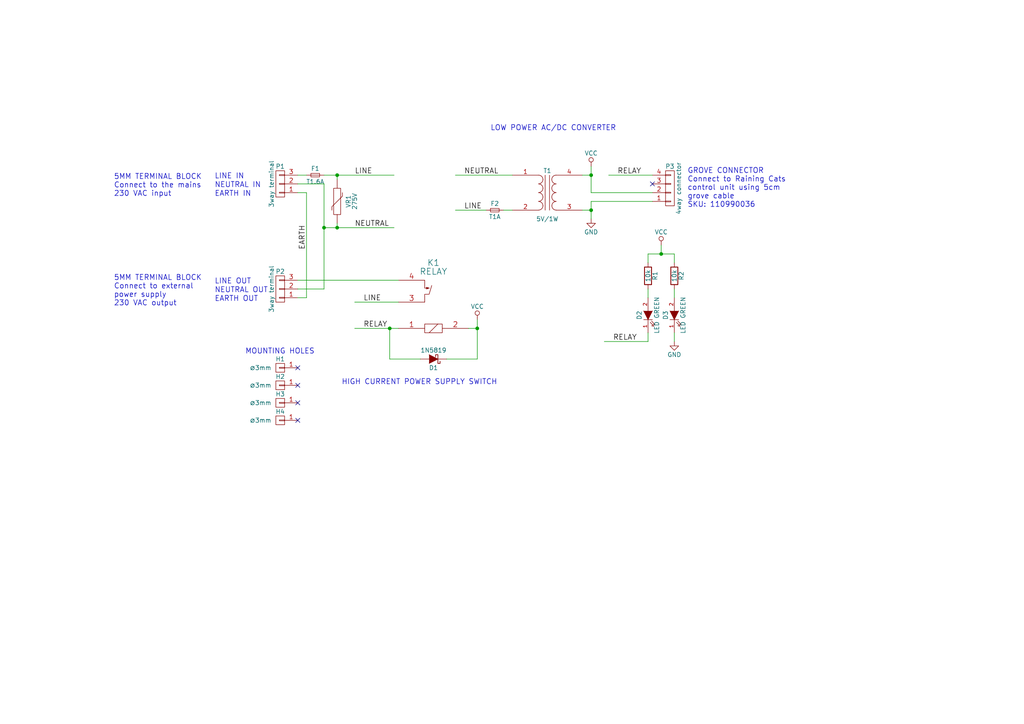
<source format=kicad_sch>
(kicad_sch (version 20230121) (generator eeschema)
  (paper "A4")
  (title_block (title "Guarduino Power Supply") (date "2016-09-24") (rev "1.0") (company "Serious Play Ltd") (comment 1 "Jakub Nedbal") (comment 2 "License: CC-BY-SA"))
  (lib_symbols
    (symbol "guarduino_power-rescue:CONN_01X01" (pin_names (offset 1.016) hide)
      (property "Reference" "P" (at 0 2.54 0))
      (property "Value" "CONN_01X01" (at 2.54 0 90))
      (symbol "CONN_01X01_0_1"
        (rectangle (start -1.27 0.127) (end 0.254 -0.127))
        (rectangle (start -1.27 1.27) (end 1.27 -1.27))
      )
      (symbol "CONN_01X01_1_1"
        (pin passive line (at -5.08 0 0) (length 3.81) (name "P1") (number "1"))
      )
    )
    (symbol "guarduino_power-rescue:CONN_01X03" (pin_names (offset 1.016) hide)
      (property "Reference" "P" (at 0 5.08 0))
      (property "Value" "CONN_01X03" (at 2.54 0 90))
      (symbol "CONN_01X03_0_1"
        (rectangle (start -1.27 -2.413) (end 0.254 -2.667))
        (rectangle (start -1.27 0.127) (end 0.254 -0.127))
        (rectangle (start -1.27 2.667) (end 0.254 2.413))
        (rectangle (start -1.27 3.81) (end 1.27 -3.81))
      )
      (symbol "CONN_01X03_1_1"
        (pin passive line (at -5.08 2.54 0) (length 3.81) (name "P1") (number "1"))
        (pin passive line (at -5.08 0 0) (length 3.81) (name "P2") (number "2"))
        (pin passive line (at -5.08 -2.54 0) (length 3.81) (name "P3") (number "3"))
      )
    )
    (symbol "guarduino_power-rescue:CONN_01X04" (pin_names (offset 1.016) hide)
      (property "Reference" "P" (at 0 6.35 0))
      (property "Value" "CONN_01X04" (at 2.54 0 90))
      (symbol "CONN_01X04_0_1"
        (rectangle (start -1.27 -3.683) (end 0.254 -3.937))
        (rectangle (start -1.27 -1.143) (end 0.254 -1.397))
        (rectangle (start -1.27 1.397) (end 0.254 1.143))
        (rectangle (start -1.27 3.937) (end 0.254 3.683))
        (rectangle (start -1.27 5.08) (end 1.27 -5.08))
      )
      (symbol "CONN_01X04_1_1"
        (pin passive line (at -5.08 3.81 0) (length 3.81) (name "P1") (number "1"))
        (pin passive line (at -5.08 1.27 0) (length 3.81) (name "P2") (number "2"))
        (pin passive line (at -5.08 -1.27 0) (length 3.81) (name "P3") (number "3"))
        (pin passive line (at -5.08 -3.81 0) (length 3.81) (name "P4") (number "4"))
      )
    )
    (symbol "guarduino_power-rescue:D_Schottky" (pin_numbers hide) (pin_names (offset 1.016) hide)
      (property "Reference" "D" (at 0 2.54 0))
      (property "Value" "D_Schottky" (at 0 -2.54 0))
      (symbol "D_Schottky_0_1"
        (polyline (pts (xy 1.27 1.27) (xy -1.27 0) (xy 1.27 -1.27)) (fill (type outline)))
        (polyline (pts (xy -1.905 0.635) (xy -1.905 1.27) (xy -1.27 1.27) (xy -1.27 -1.27) (xy -0.635 -1.27) (xy -0.635 -0.635)) (stroke (width 0.2032)))
      )
      (symbol "D_Schottky_1_1"
        (pin passive line (at -3.81 0 0) (length 2.54) (name "K") (number "1"))
        (pin passive line (at 3.81 0 180) (length 2.54) (name "A") (number "2"))
      )
    )
    (symbol "guarduino_power-rescue:F_Small" (pin_numbers hide) (pin_names (offset 0.254) hide)
      (property "Reference" "F" (at -1.016 1.524 0))
      (property "Value" "F_Small" (at -3.048 -1.524 0))
      (symbol "F_Small_0_1"
        (rectangle (start -1.27 0.508) (end 1.27 -0.508))
        (polyline (pts (xy -1.27 0) (xy 1.27 0)))
      )
      (symbol "F_Small_1_1"
        (pin passive line (at -2.54 0 0) (length 1.27) (name "~") (number "1"))
        (pin passive line (at 2.54 0 180) (length 1.27) (name "~") (number "2"))
      )
    )
    (symbol "guarduino_power-rescue:GND" (power) (pin_names (offset 0))
      (property "Value" "GND" (at 0 -3.81 0))
      (symbol "GND_0_1"
        (polyline (pts (xy 0 0) (xy 0 -1.27) (xy 1.27 -1.27) (xy 0 -2.54) (xy -1.27 -1.27) (xy 0 -1.27)))
      )
      (symbol "GND_1_1"
        (pin power_in line (at 0 0 270) (length 0) hide (name "GND") (number "1"))
      )
    )
    (symbol "guarduino_power-rescue:LED" (pin_names (offset 1.016) hide)
      (property "Reference" "D" (at 0 2.54 0))
      (property "Value" "LED" (at 0 -2.54 0))
      (symbol "LED_0_1"
        (polyline (pts (xy -1.27 1.27) (xy -1.27 -1.27)))
        (polyline (pts (xy -2.032 -0.635) (xy -3.175 -1.651) (xy -3.048 -1.016)))
        (polyline (pts (xy -1.651 -1.016) (xy -2.794 -2.032) (xy -2.667 -1.397)))
        (polyline (pts (xy 1.27 1.27) (xy -1.27 0) (xy 1.27 -1.27)) (fill (type outline)))
      )
      (symbol "LED_1_1"
        (pin passive line (at -5.08 0 0) (length 3.81) (name "K") (number "1"))
        (pin passive line (at 5.08 0 180) (length 3.81) (name "A") (number "2"))
      )
    )
    (symbol "guarduino_power-rescue:R" (pin_numbers hide) (pin_names (offset 0))
      (property "Reference" "R" (at 2.032 0 90))
      (property "Value" "R" (at 0 0 90))
      (symbol "R_0_1"
        (rectangle (start -1.016 -2.54) (end 1.016 2.54) (stroke (width 0.254)))
      )
      (symbol "R_1_1"
        (pin passive line (at 0 3.81 270) (length 1.27) (name "~") (number "1"))
        (pin passive line (at 0 -3.81 90) (length 1.27) (name "~") (number "2"))
      )
    )
    (symbol "guarduino_power-rescue:RELAY_PCN-105D3MHZ" (pin_names (offset 1.016) hide)
      (property "Reference" "K" (at 0 15.24 0))
      (property "Value" "RELAY_PCN-105D3MHZ" (at 0 -15.24 0))
      (symbol "RELAY_PCN-105D3MHZ_0_1"
        (rectangle (start -6.35 2.54) (end -3.81 -2.54))
        (polyline (pts (xy 8.636 -2.54) (xy 8.89 -2.54) (xy 8.89 -2.54)))
        (polyline (pts (xy -3.81 1.27) (xy -6.35 -1.27) (xy -6.35 -1.27) (xy -6.35 -1.27)))
        (polyline (pts (xy 8.636 -2.54) (xy 6.604 -2.54) (xy 6.604 -1.27) (xy 6.604 -1.27)))
        (polyline (pts (xy 2.54 -2.54) (xy 4.826 -2.54) (xy 4.826 -1.27) (xy 7.366 -0.508) (xy 7.366 -0.508)))
        (polyline (pts (xy 6.604 -1.27) (xy 6.35 -2.032) (xy 6.858 -2.032) (xy 6.604 -1.27) (xy 6.604 -1.27)) (fill (type outline)))
      )
      (symbol "RELAY_PCN-105D3MHZ_1_1"
        (pin input line (at -5.08 -10.16 90) (length 7.62) (name "~") (number "1"))
        (pin input line (at -5.08 10.16 270) (length 7.62) (name "~") (number "2"))
        (pin passive line (at 2.54 -10.16 90) (length 7.62) (name "~") (number "3"))
        (pin passive line (at 8.89 -10.16 90) (length 7.62) (name "~") (number "4"))
      )
    )
    (symbol "guarduino_power-rescue:TRANSFO" (pin_names (offset 1.016) hide)
      (property "Reference" "T" (at 0 6.35 0))
      (property "Value" "TRANSFO" (at 0 -7.62 0))
      (symbol "TRANSFO_0_1"
        (arc (start -2.54 -5.0546) (mid -1.6599 -4.6901) (end -1.27 -3.81))
        (arc (start -2.54 -2.5146) (mid -1.6599 -2.1501) (end -1.27 -1.27))
        (arc (start -2.54 0.0254) (mid -1.6599 0.3899) (end -1.27 1.27))
        (arc (start -2.54 2.5654) (mid -1.6599 2.9299) (end -1.27 3.81))
        (arc (start -1.27 -3.81) (mid -1.642 -2.912) (end -2.54 -2.54))
        (arc (start -1.27 -1.27) (mid -1.642 -0.372) (end -2.54 0))
        (arc (start -1.27 1.27) (mid -1.642 2.168) (end -2.54 2.54))
        (arc (start -1.27 3.81) (mid -1.642 4.708) (end -2.54 5.08))
        (polyline (pts (xy -0.635 5.08) (xy -0.635 -5.08)))
        (polyline (pts (xy 0.635 -5.08) (xy 0.635 5.08)))
        (arc (start 1.2954 -1.27) (mid 1.6599 -2.1501) (end 2.54 -2.5146))
        (arc (start 1.2954 1.27) (mid 1.6599 0.3899) (end 2.54 0.0254))
        (arc (start 1.2954 3.81) (mid 1.6599 2.9299) (end 2.54 2.5654))
        (arc (start 1.3208 -3.81) (mid 1.6853 -4.6901) (end 2.5654 -5.0546))
        (arc (start 2.54 0) (mid 1.642 -0.372) (end 1.2954 -1.27))
        (arc (start 2.54 2.54) (mid 1.642 2.168) (end 1.2954 1.27))
        (arc (start 2.54 5.08) (mid 1.642 4.708) (end 1.2954 3.81))
        (arc (start 2.5654 -2.54) (mid 1.6674 -2.912) (end 1.3208 -3.81))
      )
      (symbol "TRANSFO_1_1"
        (pin passive line (at -10.16 5.08 0) (length 7.62) (name "AA") (number "1"))
        (pin passive line (at -10.16 -5.08 0) (length 7.62) (name "AB") (number "2"))
        (pin passive line (at 10.16 -5.08 180) (length 7.62) (name "SA") (number "3"))
        (pin passive line (at 10.16 5.08 180) (length 7.62) (name "SB") (number "4"))
      )
    )
    (symbol "guarduino_power-rescue:VCC" (power) (pin_names (offset 0))
      (property "Value" "VCC" (at 0 3.81 0))
      (symbol "VCC_0_1"
        (polyline (pts (xy 0 0) (xy 0 1.27)))
        (circle (center 0 1.905) (radius 0.635))
      )
      (symbol "VCC_1_1"
        (pin power_in line (at 0 0 90) (length 0) hide (name "VCC") (number "1"))
      )
    )
    (symbol "guarduino_power-rescue:VR" (pin_numbers hide) (pin_names (offset 0))
      (property "Reference" "VR" (at 1.524 -1.1684 90))
      (property "Value" "VR" (at 0 0 90))
      (symbol "VR_0_1"
        (rectangle (start -1.016 3.81) (end 1.016 -3.81))
        (polyline (pts (xy -1.524 -2.54) (xy -1.524 -1.524) (xy 1.524 1.524) (xy 1.524 2.54) (xy 1.524 2.54)))
      )
      (symbol "VR_1_1"
        (pin passive line (at 0 6.35 270) (length 2.54) (name "~") (number "1"))
        (pin passive line (at 0 -6.35 90) (length 2.54) (name "~") (number "2"))
      )
    )
  )
  (junction (at 171.45 50.8))
  (junction (at 97.79 50.8))
  (junction (at 138.43 95.25))
  (junction (at 113.03 95.25))
  (junction (at 191.77 73.66))
  (junction (at 93.98 66.04))
  (junction (at 171.45 60.96))
  (junction (at 97.79 66.04))
  (no_connect (at 86.36 106.68))
  (no_connect (at 86.36 116.84))
  (no_connect (at 86.36 111.76))
  (no_connect (at 86.36 121.92))
  (no_connect (at 189.23 53.34))
  (wire (pts (xy 187.96 96.52) (xy 187.96 99.06)))
  (wire (pts (xy 86.36 55.88) (xy 88.9 55.88)))
  (wire (pts (xy 97.79 64.77) (xy 97.79 66.04)))
  (wire (pts (xy 168.91 50.8) (xy 171.45 50.8)))
  (wire (pts (xy 138.43 95.25) (xy 138.43 104.14)))
  (wire (pts (xy 187.96 83.82) (xy 187.96 86.36)))
  (wire (pts (xy 187.96 99.06) (xy 175.26 99.06)))
  (wire (pts (xy 187.96 73.66) (xy 187.96 76.2)))
  (wire (pts (xy 113.03 104.14) (xy 121.92 104.14)))
  (wire (pts (xy 171.45 55.88) (xy 189.23 55.88)))
  (wire (pts (xy 102.87 87.63) (xy 115.57 87.63)))
  (wire (pts (xy 86.36 53.34) (xy 93.98 53.34)))
  (wire (pts (xy 171.45 58.42) (xy 189.23 58.42)))
  (wire (pts (xy 86.36 86.36) (xy 88.9 86.36)))
  (wire (pts (xy 195.58 73.66) (xy 195.58 76.2)))
  (wire (pts (xy 86.36 81.28) (xy 115.57 81.28)))
  (wire (pts (xy 86.36 50.8) (xy 88.9 50.8)))
  (wire (pts (xy 132.08 50.8) (xy 148.59 50.8)))
  (wire (pts (xy 93.98 50.8) (xy 97.79 50.8)))
  (wire (pts (xy 113.03 95.25) (xy 113.03 104.14)))
  (wire (pts (xy 191.77 73.66) (xy 191.77 71.12)))
  (wire (pts (xy 148.59 60.96) (xy 146.05 60.96)))
  (wire (pts (xy 171.45 50.8) (xy 171.45 55.88)))
  (wire (pts (xy 93.98 66.04) (xy 97.79 66.04)))
  (wire (pts (xy 187.96 73.66) (xy 191.77 73.66)))
  (wire (pts (xy 171.45 60.96) (xy 171.45 63.5)))
  (wire (pts (xy 97.79 66.04) (xy 114.3 66.04)))
  (wire (pts (xy 113.03 95.25) (xy 115.57 95.25)))
  (wire (pts (xy 140.97 60.96) (xy 132.08 60.96)))
  (wire (pts (xy 171.45 58.42) (xy 171.45 60.96)))
  (wire (pts (xy 97.79 50.8) (xy 97.79 52.07)))
  (wire (pts (xy 191.77 73.66) (xy 195.58 73.66)))
  (wire (pts (xy 138.43 92.71) (xy 138.43 95.25)))
  (wire (pts (xy 93.98 83.82) (xy 86.36 83.82)))
  (wire (pts (xy 93.98 53.34) (xy 93.98 66.04)))
  (wire (pts (xy 97.79 50.8) (xy 114.3 50.8)))
  (wire (pts (xy 135.89 95.25) (xy 138.43 95.25)))
  (wire (pts (xy 138.43 104.14) (xy 129.54 104.14)))
  (wire (pts (xy 102.87 95.25) (xy 113.03 95.25)))
  (wire (pts (xy 195.58 96.52) (xy 195.58 99.06)))
  (wire (pts (xy 195.58 83.82) (xy 195.58 86.36)))
  (wire (pts (xy 93.98 66.04) (xy 93.98 83.82)))
  (wire (pts (xy 176.53 50.8) (xy 189.23 50.8)))
  (wire (pts (xy 168.91 60.96) (xy 171.45 60.96)))
  (wire (pts (xy 171.45 48.26) (xy 171.45 50.8)))
  (wire (pts (xy 88.9 86.36) (xy 88.9 55.88)))
  (text "EARTH OUT" (at 62.23 87.63 0) (effects (font (size 1.524 1.524)) (justify left bottom)))
  (text "GROVE CONNECTOR\nConnect to Raining Cats\ncontrol unit using 5cm\ngrove cable\nSKU: 110990036" (at 199.39 60.325 0) (effects (font (size 1.524 1.524)) (justify left bottom)))
  (text "NEUTRAL IN" (at 62.23 54.61 0) (effects (font (size 1.524 1.524)) (justify left bottom)))
  (text "5MM TERMINAL BLOCK\nConnect to the mains\n230 VAC input" (at 33.02 57.15 0) (effects (font (size 1.524 1.524)) (justify left bottom)))
  (text "EARTH IN" (at 62.23 57.15 0) (effects (font (size 1.524 1.524)) (justify left bottom)))
  (text "5MM TERMINAL BLOCK\nConnect to external\npower supply\n230 VAC output" (at 33.02 88.9 0) (effects (font (size 1.524 1.524)) (justify left bottom)))
  (text "MOUNTING HOLES" (at 71.12 102.87 0) (effects (font (size 1.524 1.524)) (justify left bottom)))
  (text "LOW POWER AC/DC CONVERTER" (at 142.24 38.1 0) (effects (font (size 1.524 1.524)) (justify left bottom)))
  (text "NEUTRAL OUT" (at 62.23 85.09 0) (effects (font (size 1.524 1.524)) (justify left bottom)))
  (text "LINE IN" (at 62.23 52.07 0) (effects (font (size 1.524 1.524)) (justify left bottom)))
  (text "LINE OUT" (at 62.23 82.55 0) (effects (font (size 1.524 1.524)) (justify left bottom)))
  (text "HIGH CURRENT POWER SUPPLY SWITCH" (at 99.06 111.76 0) (effects (font (size 1.524 1.524)) (justify left bottom)))
  (label "NEUTRAL" (at 102.87 66.04 0) (effects (font (size 1.524 1.524))))
  (label "RELAY" (at 105.41 95.25 0) (effects (font (size 1.524 1.524))))
  (label "LINE" (at 105.41 87.63 0) (effects (font (size 1.524 1.524))))
  (label "NEUTRAL" (at 134.62 50.8 0) (effects (font (size 1.524 1.524))))
  (label "EARTH" (at 88.9 72.39 90) (effects (font (size 1.524 1.524))))
  (label "RELAY" (at 179.07 50.8 0) (effects (font (size 1.524 1.524))))
  (label "LINE" (at 134.62 60.96 0) (effects (font (size 1.524 1.524))))
  (label "RELAY" (at 177.8 99.06 0) (effects (font (size 1.524 1.524))))
  (label "LINE" (at 102.87 50.8 0) (effects (font (size 1.524 1.524))))
  (symbol (lib_id "guarduino_power-rescue:TRANSFO") (at 158.75 55.88 0) (unit 1)
    (property "Reference" "T1" (at 158.75 49.53 0))
    (property "Value" "5V/1W" (at 158.75 63.5 0))
    (property "Footprint" "jakub:RAC01-02" (effects hide))
    (property "Part Number" "RAC01-05SC" (effects hide))
    (property "Manufacturer" "Recom Power" (effects hide))
    (property "Package" "33.7mmx22.2mm" (effects hide))
    (property "Supplier" "Farnell" (effects hide))
    (property "Order Code" "1903055" (effects hide))
    (property "Note" "1 W 5 V AC/DC converter" (effects hide))
  )
  (symbol (lib_id "guarduino_power-rescue:CONN_01X03") (at 81.28 53.34 180) (unit 1)
    (property "Reference" "P1" (at 81.28 48.26 0))
    (property "Value" "3way terminal" (at 78.74 53.34 90))
    (property "Footprint" "Terminal_Blocks:TerminalBlock_Pheonix_MKDS1.5-3pol" (effects hide))
    (property "Part Number" "22-23-2031" (effects hide))
    (property "Manufacturer" "Goosvn" (effects hide))
    (property "Package" "SIP-3" (effects hide))
    (property "Supplier" "Open Parts Library" (effects hide))
    (property "Order Code" "320110029" (effects hide))
    (property "Alt. Supplier" "Farnell" (effects hide))
    (property "Alt. Order Code" "2493623" (effects hide))
    (property "Note" "3 way wire-to-board terminal block 5mm pitch" (effects hide))
  )
  (symbol (lib_id "guarduino_power-rescue:RELAY_PCN-105D3MHZ") (at 125.73 90.17 270) (mirror x) (unit 1)
    (property "Reference" "K1" (at 125.73 76.2 90) (effects (font (size 1.778 1.778))))
    (property "Value" "RELAY" (at 125.73 78.74 90) (effects (font (size 1.778 1.778))))
    (property "Footprint" "jakub:PCNrelay" (effects hide))
    (property "Part Number" "PCN-105D3MHZ" (effects hide))
    (property "Manufacturer" "TE Connectivity" (effects hide))
    (property "Package" "SIP-7-4" (effects hide))
    (property "Supplier" "Farnell" (effects hide))
    (property "Order Code" "4444930" (effects hide))
    (property "Note" "SPST-NO PCN series power relay 5 VDC 3 A" (effects hide))
  )
  (symbol (lib_id "guarduino_power-rescue:F_Small") (at 91.44 50.8 0) (unit 1)
    (property "Reference" "F1" (at 91.44 48.895 0))
    (property "Value" "T1.6A" (at 91.44 52.705 0))
    (property "Footprint" "Fuse_Holders_and_Fuses:Fuseholder5x20_horiz_open_Schurter_0031_8201" (effects hide))
    (property "Part Number" "0031.8201" (effects hide))
    (property "Manufacturer" "Schurter" (effects hide))
    (property "Package" "5mmx20mm" (effects hide))
    (property "Supplier" "Farnell" (effects hide))
    (property "Order Code" "1162740" (effects hide))
    (property "Note" "Fuse holder for slow acting 1.6A fuse" (effects hide))
  )
  (symbol (lib_id "guarduino_power-rescue:R") (at 187.96 80.01 0) (unit 1)
    (property "Reference" "R1" (at 189.992 80.01 90))
    (property "Value" "10k" (at 187.96 80.01 90))
    (property "Footprint" "Resistors_SMD:R_0603" (effects hide))
    (property "Part Number" "RC0603FR-0710KL" (effects hide))
    (property "Manufacturer" "Yageo" (effects hide))
    (property "Package" "0603" (effects hide))
    (property "Supplier" "Farnell" (effects hide))
    (property "Order Code" "9238603" (effects hide))
    (property "Alt. Supplier" "Open Parts Library" (effects hide))
    (property "Alt. Order Code" "301010299" (effects hide))
    (property "Note" "10kΩ/1% 0603 resistor" (effects hide))
  )
  (symbol (lib_id "guarduino_power-rescue:VCC") (at 171.45 48.26 0) (unit 1)
    (property "Reference" "#PWR01" (effects hide))
    (property "Value" "VCC" (at 171.45 44.45 0))
  )
  (symbol (lib_id "guarduino_power-rescue:VCC") (at 138.43 92.71 0) (unit 1)
    (property "Reference" "#PWR02" (effects hide))
    (property "Value" "VCC" (at 138.43 88.9 0))
  )
  (symbol (lib_id "guarduino_power-rescue:GND") (at 171.45 63.5 0) (unit 1)
    (property "Reference" "#PWR03" (effects hide))
    (property "Value" "GND" (at 171.45 67.31 0))
  )
  (symbol (lib_id "guarduino_power-rescue:LED") (at 187.96 91.44 90) (unit 1)
    (property "Reference" "D2" (at 185.42 91.44 0))
    (property "Value" "LED GREEN" (at 190.5 91.44 0))
    (property "Footprint" "LEDs:LED_0603" (effects hide))
    (property "Part Number" "19-217-G7C-AN1P2-3T" (effects hide))
    (property "Manufacturer" "Everlight" (effects hide))
    (property "Package" "0603" (effects hide))
    (property "Supplier" "Farnell" (effects hide))
    (property "Order Code" "8554609" (effects hide))
    (property "Alt. Supplier" "Open Parts Library" (effects hide))
    (property "Alt. Order Code" "304090043" (effects hide))
    (property "Note" "Green 0603 LED" (effects hide))
  )
  (symbol (lib_id "guarduino_power-rescue:VCC") (at 191.77 71.12 0) (unit 1)
    (property "Reference" "#PWR04" (effects hide))
    (property "Value" "VCC" (at 191.77 67.31 0))
  )
  (symbol (lib_id "guarduino_power-rescue:GND") (at 195.58 99.06 0) (unit 1)
    (property "Reference" "#PWR05" (effects hide))
    (property "Value" "GND" (at 195.58 102.87 0))
  )
  (symbol (lib_id "guarduino_power-rescue:CONN_01X03") (at 81.28 83.82 180) (unit 1)
    (property "Reference" "P2" (at 81.28 78.74 0))
    (property "Value" "3way terminal" (at 78.74 83.82 90))
    (property "Footprint" "Terminal_Blocks:TerminalBlock_Pheonix_MKDS1.5-3pol" (effects hide))
    (property "Part Number" "22-23-2031" (effects hide))
    (property "Manufacturer" "Goosvn" (effects hide))
    (property "Package" "SIP-3" (effects hide))
    (property "Supplier" "Open Parts Library" (effects hide))
    (property "Order Code" "320110029" (effects hide))
    (property "Alt. Supplier" "Farnell" (effects hide))
    (property "Alt. Order Code" "2493623" (effects hide))
    (property "Note" "3 way wire-to-board terminal block 5mm pitch" (effects hide))
  )
  (symbol (lib_id "guarduino_power-rescue:CONN_01X04") (at 194.31 54.61 0) (mirror x) (unit 1)
    (property "Reference" "P3" (at 194.31 48.26 0))
    (property "Value" "4way connector" (at 196.85 54.61 90))
    (property "Footprint" "jakub:JST_PH_04way_vert" (effects hide))
    (property "Part Number" "1125S-4P" (effects hide))
    (property "Manufacturer" "Taifeng" (effects hide))
    (property "Package" "SIP-4" (effects hide))
    (property "Supplier" "Open Parts Library" (effects hide))
    (property "Order Code" "320110033" (effects hide))
    (property "Alt. Supplier" "Farnell" (effects hide))
    (property "Alt. Order Code" "9492437" (effects hide))
    (property "Note" "Grove connector" (effects hide))
  )
  (symbol (lib_id "guarduino_power-rescue:R") (at 195.58 80.01 0) (unit 1)
    (property "Reference" "R2" (at 197.612 80.01 90))
    (property "Value" "10k" (at 195.58 80.01 90))
    (property "Footprint" "Resistors_SMD:R_0603" (effects hide))
    (property "Part Number" "RC0603FR-0710KL" (effects hide))
    (property "Manufacturer" "Yageo" (effects hide))
    (property "Package" "0603" (effects hide))
    (property "Supplier" "Farnell" (effects hide))
    (property "Order Code" "9238603" (effects hide))
    (property "Alt. Supplier" "Open Parts Library" (effects hide))
    (property "Alt. Order Code" "301010299" (effects hide))
    (property "Note" "10kΩ/1% 0603 resistor" (effects hide))
  )
  (symbol (lib_id "guarduino_power-rescue:LED") (at 195.58 91.44 90) (unit 1)
    (property "Reference" "D3" (at 193.04 91.44 0))
    (property "Value" "LED GREEN" (at 198.12 91.44 0))
    (property "Footprint" "LEDs:LED_0603" (effects hide))
    (property "Part Number" "19-217-G7C-AN1P2-3T" (effects hide))
    (property "Manufacturer" "Everlight" (effects hide))
    (property "Package" "0603" (effects hide))
    (property "Supplier" "Farnell" (effects hide))
    (property "Order Code" "8554609" (effects hide))
    (property "Alt. Supplier" "Open Parts Library" (effects hide))
    (property "Alt. Order Code" "304090043" (effects hide))
    (property "Note" "Green 0603 LED" (effects hide))
  )
  (symbol (lib_id "guarduino_power-rescue:D_Schottky") (at 125.73 104.14 180) (unit 1)
    (property "Reference" "D1" (at 125.73 106.68 0))
    (property "Value" "1N5819" (at 125.73 101.6 0))
    (property "Footprint" "Diodes_SMD:SOD-123" (effects hide))
    (property "Part Number" "1N5819HW-7-F" (effects hide))
    (property "Manufacturer" "Diodes" (effects hide))
    (property "Package" "DO-214AC" (effects hide))
    (property "Supplier" "Farnell" (effects hide))
    (property "Order Code" "1773475" (effects hide))
    (property "Alt. Supplier" "Open Parts Library" (effects hide))
    (property "Alt. Order Code" "304020027" (effects hide))
    (property "Note" "Schottky rectifier 40 V 1 A SOD-123" (effects hide))
  )
  (symbol (lib_id "guarduino_power-rescue:VR") (at 97.79 58.42 0) (unit 1)
    (property "Reference" "VR1" (at 100.33 58.42 90) (effects (justify top)))
    (property "Value" "275V" (at 102.87 58.42 90))
    (property "Footprint" "Varistors:RV_Disc_D15.5_W5_P7.5" (effects hide))
    (property "Part Number" "B72214S0271K101" (effects hide))
    (property "Manufacturer" "Epcos" (effects hide))
    (property "Package" "D15.5_W5_P7.5" (effects hide))
    (property "Supplier" "Farnell" (effects hide))
    (property "Order Code" "1004362" (effects hide))
    (property "Note" "275 VAC SIOV metal oxide varistor" (effects hide))
  )
  (symbol (lib_id "guarduino_power-rescue:F_Small") (at 143.51 60.96 0) (unit 1)
    (property "Reference" "F2" (at 143.51 59.055 0))
    (property "Value" "T1A" (at 143.51 62.865 0))
    (property "Footprint" "Fuse_Holders_and_Fuses:Fuseholder5x20_horiz_open_Schurter_0031_8201" (effects hide))
    (property "Part Number" "0031.8201" (effects hide))
    (property "Manufacturer" "Schurter" (effects hide))
    (property "Package" "5mmx20mm" (effects hide))
    (property "Supplier" "Farnell" (effects hide))
    (property "Order Code" "1162740" (effects hide))
    (property "Note" "Fuse holder for slow acting 1A fuse" (effects hide))
  )
  (symbol (lib_id "guarduino_power-rescue:CONN_01X01") (at 81.28 106.68 0) (mirror y) (unit 1)
    (property "Reference" "H1" (at 81.28 104.14 0))
    (property "Value" "⌀3mm" (at 78.74 106.68 0) (effects (justify left)))
    (property "Footprint" "Mounting_Holes:MountingHole_3.2mm_M3" (effects hide))
  )
  (symbol (lib_id "guarduino_power-rescue:CONN_01X01") (at 81.28 111.76 0) (mirror y) (unit 1)
    (property "Reference" "H2" (at 81.28 109.22 0))
    (property "Value" "⌀3mm" (at 78.74 111.76 0) (effects (justify left)))
    (property "Footprint" "Mounting_Holes:MountingHole_3.2mm_M3" (effects hide))
    (property "Supplier" "Farnell" (effects hide))
  )
  (symbol (lib_id "guarduino_power-rescue:CONN_01X01") (at 81.28 116.84 0) (mirror y) (unit 1)
    (property "Reference" "H3" (at 81.28 114.3 0))
    (property "Value" "⌀3mm" (at 78.74 116.84 0) (effects (justify left)))
    (property "Footprint" "Mounting_Holes:MountingHole_3.2mm_M3" (effects hide))
  )
  (symbol (lib_id "guarduino_power-rescue:CONN_01X01") (at 81.28 121.92 0) (mirror y) (unit 1)
    (property "Reference" "H4" (at 81.28 119.38 0))
    (property "Value" "⌀3mm" (at 78.74 121.92 0) (effects (justify left)))
    (property "Footprint" "Mounting_Holes:MountingHole_3.2mm_M3" (effects hide))
  )
)
</source>
